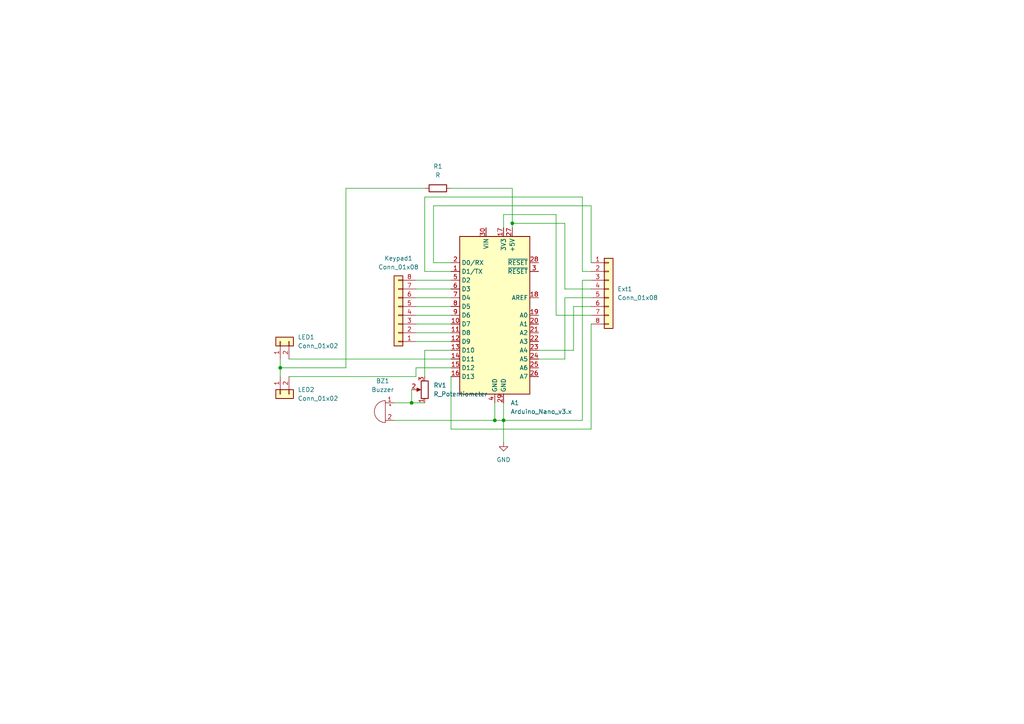
<source format=kicad_sch>
(kicad_sch (version 20230121) (generator eeschema)
  (paper "A4")
  (lib_symbols
    (symbol "Connector_Generic:Conn_01x02" (pin_names (offset 1.016) hide)
      (property "Reference" "J" (at 0 2.54 0))
      (property "Value" "Conn_01x02" (at 0 -5.08 0))
      (symbol "Conn_01x02_1_1"
        (rectangle (start -1.27 -2.413) (end 0 -2.667) (stroke (width 0.1524)))
        (rectangle (start -1.27 0.127) (end 0 -0.127) (stroke (width 0.1524)))
        (rectangle (start -1.27 1.27) (end 1.27 -3.81) (stroke (width 0.254)) (fill (type background)))
        (pin passive line (at -5.08 0 0) (length 3.81) (name "Pin_1") (number "1"))
        (pin passive line (at -5.08 -2.54 0) (length 3.81) (name "Pin_2") (number "2"))
      )
    )
    (symbol "Connector_Generic:Conn_01x08" (pin_names (offset 1.016) hide)
      (property "Reference" "J" (at 0 10.16 0))
      (property "Value" "Conn_01x08" (at 0 -12.7 0))
      (symbol "Conn_01x08_1_1"
        (rectangle (start -1.27 -10.033) (end 0 -10.287) (stroke (width 0.1524)))
        (rectangle (start -1.27 -7.493) (end 0 -7.747) (stroke (width 0.1524)))
        (rectangle (start -1.27 -4.953) (end 0 -5.207) (stroke (width 0.1524)))
        (rectangle (start -1.27 -2.413) (end 0 -2.667) (stroke (width 0.1524)))
        (rectangle (start -1.27 0.127) (end 0 -0.127) (stroke (width 0.1524)))
        (rectangle (start -1.27 2.667) (end 0 2.413) (stroke (width 0.1524)))
        (rectangle (start -1.27 5.207) (end 0 4.953) (stroke (width 0.1524)))
        (rectangle (start -1.27 7.747) (end 0 7.493) (stroke (width 0.1524)))
        (rectangle (start -1.27 8.89) (end 1.27 -11.43) (stroke (width 0.254)) (fill (type background)))
        (pin passive line (at -5.08 7.62 0) (length 3.81) (name "Pin_1") (number "1"))
        (pin passive line (at -5.08 5.08 0) (length 3.81) (name "Pin_2") (number "2"))
        (pin passive line (at -5.08 2.54 0) (length 3.81) (name "Pin_3") (number "3"))
        (pin passive line (at -5.08 0 0) (length 3.81) (name "Pin_4") (number "4"))
        (pin passive line (at -5.08 -2.54 0) (length 3.81) (name "Pin_5") (number "5"))
        (pin passive line (at -5.08 -5.08 0) (length 3.81) (name "Pin_6") (number "6"))
        (pin passive line (at -5.08 -7.62 0) (length 3.81) (name "Pin_7") (number "7"))
        (pin passive line (at -5.08 -10.16 0) (length 3.81) (name "Pin_8") (number "8"))
      )
    )
    (symbol "Device:Buzzer" (pin_names (offset 0.0254) hide)
      (property "Reference" "BZ" (at 3.81 1.27 0))
      (property "Value" "Buzzer" (at 3.81 -1.27 0))
      (symbol "Buzzer_0_1"
        (arc (start 0 -3.175) (mid 3.1612 0) (end 0 3.175))
        (polyline (pts (xy -1.651 1.905) (xy -1.143 1.905)))
        (polyline (pts (xy -1.397 2.159) (xy -1.397 1.651)))
        (polyline (pts (xy 0 3.175) (xy 0 -3.175)))
      )
      (symbol "Buzzer_1_1"
        (pin passive line (at -2.54 2.54 0) (length 2.54) (name "-") (number "1"))
        (pin passive line (at -2.54 -2.54 0) (length 2.54) (name "+") (number "2"))
      )
    )
    (symbol "Device:R" (pin_numbers hide) (pin_names (offset 0))
      (property "Reference" "R" (at 2.032 0 90))
      (property "Value" "R" (at 0 0 90))
      (symbol "R_0_1"
        (rectangle (start -1.016 -2.54) (end 1.016 2.54) (stroke (width 0.254)))
      )
      (symbol "R_1_1"
        (pin passive line (at 0 3.81 270) (length 1.27) (name "~") (number "1"))
        (pin passive line (at 0 -3.81 90) (length 1.27) (name "~") (number "2"))
      )
    )
    (symbol "Device:R_Potentiometer" (pin_names (offset 1.016) hide)
      (property "Reference" "RV" (at -4.445 0 90))
      (property "Value" "R_Potentiometer" (at -2.54 0 90))
      (symbol "R_Potentiometer_0_1"
        (polyline (pts (xy 2.54 0) (xy 1.524 0)))
        (polyline (pts (xy 1.143 0) (xy 2.286 0.508) (xy 2.286 -0.508) (xy 1.143 0)) (fill (type outline)))
        (rectangle (start 1.016 2.54) (end -1.016 -2.54) (stroke (width 0.254)))
      )
      (symbol "R_Potentiometer_1_1"
        (pin passive line (at 0 3.81 270) (length 1.27) (name "1") (number "1"))
        (pin passive line (at 3.81 0 180) (length 1.27) (name "2") (number "2"))
        (pin passive line (at 0 -3.81 90) (length 1.27) (name "3") (number "3"))
      )
    )
    (symbol "MCU_Module:Arduino_Nano_v3.x"
      (property "Reference" "A" (at -10.16 23.495 0))
      (property "Value" "Arduino_Nano_v3.x" (at 5.08 -24.13 0))
      (symbol "Arduino_Nano_v3.x_0_1"
        (rectangle (start -10.16 22.86) (end 10.16 -22.86) (stroke (width 0.254)) (fill (type background)))
      )
      (symbol "Arduino_Nano_v3.x_1_1"
        (pin bidirectional line (at -12.7 12.7 0) (length 2.54) (name "D1/TX") (number "1"))
        (pin bidirectional line (at -12.7 -2.54 0) (length 2.54) (name "D7") (number "10"))
        (pin bidirectional line (at -12.7 -5.08 0) (length 2.54) (name "D8") (number "11"))
        (pin bidirectional line (at -12.7 -7.62 0) (length 2.54) (name "D9") (number "12"))
        (pin bidirectional line (at -12.7 -10.16 0) (length 2.54) (name "D10") (number "13"))
        (pin bidirectional line (at -12.7 -12.7 0) (length 2.54) (name "D11") (number "14"))
        (pin bidirectional line (at -12.7 -15.24 0) (length 2.54) (name "D12") (number "15"))
        (pin bidirectional line (at -12.7 -17.78 0) (length 2.54) (name "D13") (number "16"))
        (pin power_out line (at 2.54 25.4 270) (length 2.54) (name "3V3") (number "17"))
        (pin input line (at 12.7 5.08 180) (length 2.54) (name "AREF") (number "18"))
        (pin bidirectional line (at 12.7 0 180) (length 2.54) (name "A0") (number "19"))
        (pin bidirectional line (at -12.7 15.24 0) (length 2.54) (name "D0/RX") (number "2"))
        (pin bidirectional line (at 12.7 -2.54 180) (length 2.54) (name "A1") (number "20"))
        (pin bidirectional line (at 12.7 -5.08 180) (length 2.54) (name "A2") (number "21"))
        (pin bidirectional line (at 12.7 -7.62 180) (length 2.54) (name "A3") (number "22"))
        (pin bidirectional line (at 12.7 -10.16 180) (length 2.54) (name "A4") (number "23"))
        (pin bidirectional line (at 12.7 -12.7 180) (length 2.54) (name "A5") (number "24"))
        (pin bidirectional line (at 12.7 -15.24 180) (length 2.54) (name "A6") (number "25"))
        (pin bidirectional line (at 12.7 -17.78 180) (length 2.54) (name "A7") (number "26"))
        (pin power_out line (at 5.08 25.4 270) (length 2.54) (name "+5V") (number "27"))
        (pin input line (at 12.7 15.24 180) (length 2.54) (name "~{RESET}") (number "28"))
        (pin power_in line (at 2.54 -25.4 90) (length 2.54) (name "GND") (number "29"))
        (pin input line (at 12.7 12.7 180) (length 2.54) (name "~{RESET}") (number "3"))
        (pin power_in line (at -2.54 25.4 270) (length 2.54) (name "VIN") (number "30"))
        (pin power_in line (at 0 -25.4 90) (length 2.54) (name "GND") (number "4"))
        (pin bidirectional line (at -12.7 10.16 0) (length 2.54) (name "D2") (number "5"))
        (pin bidirectional line (at -12.7 7.62 0) (length 2.54) (name "D3") (number "6"))
        (pin bidirectional line (at -12.7 5.08 0) (length 2.54) (name "D4") (number "7"))
        (pin bidirectional line (at -12.7 2.54 0) (length 2.54) (name "D5") (number "8"))
        (pin bidirectional line (at -12.7 0 0) (length 2.54) (name "D6") (number "9"))
      )
    )
    (symbol "power:GND" (power) (pin_names (offset 0))
      (property "Value" "GND" (at 0 -3.81 0))
      (symbol "GND_0_1"
        (polyline (pts (xy 0 0) (xy 0 -1.27) (xy 1.27 -1.27) (xy 0 -2.54) (xy -1.27 -1.27) (xy 0 -1.27)))
      )
      (symbol "GND_1_1"
        (pin power_in line (at 0 0 270) (length 0) hide (name "GND") (number "1"))
      )
    )
  )
  (junction (at 81.28 106.68))
  (junction (at 119.38 116.84))
  (junction (at 148.59 64.77))
  (junction (at 146.05 121.92))
  (junction (at 143.51 121.92))
  (wire (pts (xy 171.45 81.28) (xy 168.91 81.28)))
  (wire (pts (xy 143.51 116.84) (xy 143.51 121.92)))
  (wire (pts (xy 148.59 64.77) (xy 148.59 54.61)))
  (wire (pts (xy 120.65 93.98) (xy 130.81 93.98)))
  (wire (pts (xy 125.73 76.2) (xy 125.73 59.69)))
  (wire (pts (xy 120.65 109.22) (xy 120.65 106.68)))
  (wire (pts (xy 168.91 57.15) (xy 123.19 57.15)))
  (wire (pts (xy 120.65 96.52) (xy 130.81 96.52)))
  (wire (pts (xy 120.65 106.68) (xy 130.81 106.68)))
  (wire (pts (xy 123.19 101.6) (xy 130.81 101.6)))
  (wire (pts (xy 163.83 86.36) (xy 163.83 104.14)))
  (wire (pts (xy 123.19 78.74) (xy 130.81 78.74)))
  (wire (pts (xy 143.51 121.92) (xy 146.05 121.92)))
  (wire (pts (xy 120.65 83.82) (xy 130.81 83.82)))
  (wire (pts (xy 81.28 106.68) (xy 81.28 104.14)))
  (wire (pts (xy 168.91 81.28) (xy 168.91 121.92)))
  (wire (pts (xy 120.65 86.36) (xy 130.81 86.36)))
  (wire (pts (xy 168.91 78.74) (xy 171.45 78.74)))
  (wire (pts (xy 130.81 124.46) (xy 171.45 124.46)))
  (wire (pts (xy 114.3 121.92) (xy 143.51 121.92)))
  (wire (pts (xy 146.05 62.23) (xy 146.05 66.04)))
  (wire (pts (xy 130.81 76.2) (xy 125.73 76.2)))
  (wire (pts (xy 120.65 81.28) (xy 130.81 81.28)))
  (wire (pts (xy 148.59 66.04) (xy 148.59 64.77)))
  (wire (pts (xy 161.29 91.44) (xy 161.29 62.23)))
  (wire (pts (xy 161.29 62.23) (xy 146.05 62.23)))
  (wire (pts (xy 168.91 57.15) (xy 168.91 78.74)))
  (wire (pts (xy 171.45 91.44) (xy 161.29 91.44)))
  (wire (pts (xy 125.73 59.69) (xy 171.45 59.69)))
  (wire (pts (xy 146.05 116.84) (xy 146.05 121.92)))
  (wire (pts (xy 163.83 83.82) (xy 163.83 64.77)))
  (wire (pts (xy 83.82 109.22) (xy 120.65 109.22)))
  (wire (pts (xy 120.65 99.06) (xy 130.81 99.06)))
  (wire (pts (xy 166.37 101.6) (xy 156.21 101.6)))
  (wire (pts (xy 171.45 83.82) (xy 163.83 83.82)))
  (wire (pts (xy 171.45 124.46) (xy 171.45 93.98)))
  (wire (pts (xy 120.65 88.9) (xy 130.81 88.9)))
  (wire (pts (xy 83.82 104.14) (xy 130.81 104.14)))
  (wire (pts (xy 166.37 88.9) (xy 166.37 101.6)))
  (wire (pts (xy 114.3 116.84) (xy 119.38 116.84)))
  (wire (pts (xy 171.45 59.69) (xy 171.45 76.2)))
  (wire (pts (xy 163.83 104.14) (xy 156.21 104.14)))
  (wire (pts (xy 130.81 109.22) (xy 130.81 124.46)))
  (wire (pts (xy 123.19 57.15) (xy 123.19 78.74)))
  (wire (pts (xy 166.37 88.9) (xy 171.45 88.9)))
  (wire (pts (xy 119.38 116.84) (xy 123.19 116.84)))
  (wire (pts (xy 168.91 121.92) (xy 146.05 121.92)))
  (wire (pts (xy 81.28 106.68) (xy 81.28 109.22)))
  (wire (pts (xy 119.38 113.03) (xy 119.38 116.84)))
  (wire (pts (xy 100.33 54.61) (xy 100.33 106.68)))
  (wire (pts (xy 81.28 106.68) (xy 100.33 106.68)))
  (wire (pts (xy 123.19 54.61) (xy 100.33 54.61)))
  (wire (pts (xy 123.19 109.22) (xy 123.19 101.6)))
  (wire (pts (xy 146.05 121.92) (xy 146.05 128.27)))
  (wire (pts (xy 120.65 91.44) (xy 130.81 91.44)))
  (wire (pts (xy 148.59 54.61) (xy 130.81 54.61)))
  (wire (pts (xy 163.83 64.77) (xy 148.59 64.77)))
  (wire (pts (xy 163.83 86.36) (xy 171.45 86.36)))
  (symbol (lib_id "Device:Buzzer") (at 111.76 119.38 0) (mirror y) (unit 1)
    (property "Reference" "BZ1" (at 110.998 110.49 0))
    (property "Value" "Buzzer" (at 110.998 113.03 0))
    (property "Footprint" "Buzzer_Beeper:Buzzer_12x9.5RM7.6" (effects hide))
  )
  (symbol (lib_id "Device:R") (at 127 54.61 270) (unit 1)
    (property "Reference" "R1" (at 127 48.26 90))
    (property "Value" "R" (at 127 50.8 90))
    (property "Footprint" "Resistor_THT:R_Axial_DIN0207_L6.3mm_D2.5mm_P10.16mm_Horizontal" (effects hide))
  )
  (symbol (lib_id "Connector_Generic:Conn_01x08") (at 115.57 91.44 180) (unit 1)
    (property "Reference" "Keypad1" (at 115.57 74.93 0))
    (property "Value" "Conn_01x08" (at 115.57 77.47 0))
    (property "Footprint" "Connector_PinHeader_2.54mm:PinHeader_1x08_P2.54mm_Vertical" (effects hide))
  )
  (symbol (lib_id "Connector_Generic:Conn_01x08") (at 176.53 83.82 0) (unit 1)
    (property "Reference" "Ext1" (at 179.07 83.8199 0) (effects (justify left)))
    (property "Value" "Conn_01x08" (at 179.07 86.3599 0) (effects (justify left)))
    (property "Footprint" "Connector_PinHeader_2.54mm:PinHeader_1x08_P2.54mm_Vertical" (effects hide))
  )
  (symbol (lib_id "Device:R_Potentiometer") (at 123.19 113.03 180) (unit 1)
    (property "Reference" "RV1" (at 125.73 111.7599 0) (effects (justify right)))
    (property "Value" "R_Potentiometer" (at 125.73 114.2999 0) (effects (justify right)))
    (property "Footprint" "Potentiometer_THT:Potentiometer_Piher_PT-10-V10_Vertical" (effects hide))
  )
  (symbol (lib_id "Connector_Generic:Conn_01x02") (at 81.28 99.06 90) (unit 1)
    (property "Reference" "LED1" (at 86.36 97.7899 90) (effects (justify right)))
    (property "Value" "Conn_01x02" (at 86.36 100.3299 90) (effects (justify right)))
    (property "Footprint" "Connector_JST:JST_XH_B2B-XH-A_1x02_P2.50mm_Vertical" (effects hide))
  )
  (symbol (lib_id "MCU_Module:Arduino_Nano_v3.x") (at 143.51 91.44 0) (unit 1)
    (property "Reference" "A1" (at 148.0694 116.84 0) (effects (justify left)))
    (property "Value" "Arduino_Nano_v3.x" (at 148.0694 119.38 0) (effects (justify left)))
    (property "Footprint" "Module:Arduino_Nano" (effects hide))
    (property "Datasheet" "http://www.mouser.com/pdfdocs/Gravitech_Arduino_Nano3_0.pdf" (effects hide))
  )
  (symbol (lib_id "Connector_Generic:Conn_01x02") (at 81.28 114.3 90) (mirror x) (unit 1)
    (property "Reference" "LED2" (at 86.36 113.0299 90) (effects (justify right)))
    (property "Value" "Conn_01x02" (at 86.36 115.5699 90) (effects (justify right)))
    (property "Footprint" "Connector_JST:JST_XH_B2B-XH-A_1x02_P2.50mm_Vertical" (effects hide))
  )
  (symbol (lib_id "power:GND") (at 146.05 128.27 0) (unit 1)
    (property "Reference" "#PWR0101" (effects hide))
    (property "Value" "GND" (at 146.05 133.35 0))
  )
)
</source>
